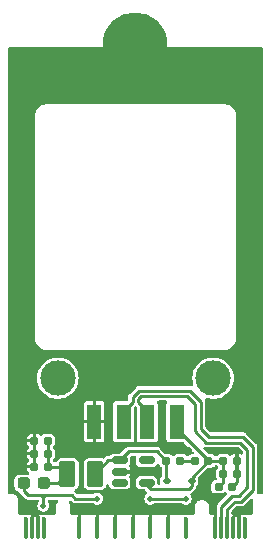
<source format=gbr>
%TF.GenerationSoftware,KiCad,Pcbnew,7.0.0-da2b9df05c~171~ubuntu20.04.1*%
%TF.CreationDate,2023-03-04T21:27:30-05:00*%
%TF.ProjectId,USB 2242,4c6f6769-7465-4636-9820-556e69667969,B*%
%TF.SameCoordinates,Original*%
%TF.FileFunction,Copper,L1,Top*%
%TF.FilePolarity,Positive*%
%FSLAX46Y46*%
G04 Gerber Fmt 4.6, Leading zero omitted, Abs format (unit mm)*
G04 Created by KiCad (PCBNEW 7.0.0-da2b9df05c~171~ubuntu20.04.1) date 2023-03-04 21:27:30*
%MOMM*%
%LPD*%
G01*
G04 APERTURE LIST*
G04 Aperture macros list*
%AMRoundRect*
0 Rectangle with rounded corners*
0 $1 Rounding radius*
0 $2 $3 $4 $5 $6 $7 $8 $9 X,Y pos of 4 corners*
0 Add a 4 corners polygon primitive as box body*
4,1,4,$2,$3,$4,$5,$6,$7,$8,$9,$2,$3,0*
0 Add four circle primitives for the rounded corners*
1,1,$1+$1,$2,$3*
1,1,$1+$1,$4,$5*
1,1,$1+$1,$6,$7*
1,1,$1+$1,$8,$9*
0 Add four rect primitives between the rounded corners*
20,1,$1+$1,$2,$3,$4,$5,0*
20,1,$1+$1,$4,$5,$6,$7,0*
20,1,$1+$1,$6,$7,$8,$9,0*
20,1,$1+$1,$8,$9,$2,$3,0*%
%AMFreePoly0*
4,1,15,-0.175000,0.812500,-0.168339,0.845985,-0.149372,0.874372,-0.120985,0.893339,-0.087500,0.900000,0.087500,0.900000,0.120985,0.893339,0.149372,0.874372,0.168339,0.845985,0.175000,0.812500,0.175000,-0.760000,0.035000,-0.900000,-0.035000,-0.900000,-0.175000,-0.760000,-0.175000,0.812500,-0.175000,0.812500,$1*%
G04 Aperture macros list end*
%TA.AperFunction,SMDPad,CuDef*%
%ADD10RoundRect,0.150000X-0.512500X-0.150000X0.512500X-0.150000X0.512500X0.150000X-0.512500X0.150000X0*%
%TD*%
%TA.AperFunction,SMDPad,CuDef*%
%ADD11RoundRect,0.155000X-0.212500X-0.155000X0.212500X-0.155000X0.212500X0.155000X-0.212500X0.155000X0*%
%TD*%
%TA.AperFunction,SMDPad,CuDef*%
%ADD12R,1.250000X3.000000*%
%TD*%
%TA.AperFunction,ComponentPad*%
%ADD13C,3.000000*%
%TD*%
%TA.AperFunction,SMDPad,CuDef*%
%ADD14RoundRect,0.237500X-0.287500X-0.237500X0.287500X-0.237500X0.287500X0.237500X-0.287500X0.237500X0*%
%TD*%
%TA.AperFunction,SMDPad,CuDef*%
%ADD15RoundRect,0.155000X0.212500X0.155000X-0.212500X0.155000X-0.212500X-0.155000X0.212500X-0.155000X0*%
%TD*%
%TA.AperFunction,SMDPad,CuDef*%
%ADD16RoundRect,0.250001X-0.462499X-0.849999X0.462499X-0.849999X0.462499X0.849999X-0.462499X0.849999X0*%
%TD*%
%TA.AperFunction,SMDPad,CuDef*%
%ADD17FreePoly0,0.000000*%
%TD*%
%TA.AperFunction,ComponentPad*%
%ADD18C,5.500000*%
%TD*%
%TA.AperFunction,SMDPad,CuDef*%
%ADD19RoundRect,0.112500X0.187500X0.112500X-0.187500X0.112500X-0.187500X-0.112500X0.187500X-0.112500X0*%
%TD*%
%TA.AperFunction,SMDPad,CuDef*%
%ADD20RoundRect,0.160000X-0.197500X-0.160000X0.197500X-0.160000X0.197500X0.160000X-0.197500X0.160000X0*%
%TD*%
%TA.AperFunction,ViaPad*%
%ADD21C,0.800000*%
%TD*%
%TA.AperFunction,ViaPad*%
%ADD22C,0.500000*%
%TD*%
%TA.AperFunction,Conductor*%
%ADD23C,0.250000*%
%TD*%
G04 APERTURE END LIST*
D10*
%TO.P,U1,1,SW*%
%TO.N,/BOOST IN*%
X9662500Y6850000D03*
%TO.P,U1,2,GND*%
%TO.N,GND*%
X9662500Y5900000D03*
%TO.P,U1,3,NC*%
%TO.N,unconnected-(U1-NC-Pad3)*%
X9662500Y4950000D03*
%TO.P,U1,4,VOUT*%
%TO.N,+5V*%
X11937500Y4950000D03*
%TO.P,U1,5,NC*%
%TO.N,unconnected-(U1-NC-Pad5)*%
X11937500Y6850000D03*
%TD*%
D11*
%TO.P,C2,1*%
%TO.N,/SNUBBER RC*%
X16032500Y6800000D03*
%TO.P,C2,2*%
%TO.N,+5V*%
X17167500Y6800000D03*
%TD*%
D12*
%TO.P,USB1,1,Pin_1*%
%TO.N,+5V*%
X14499999Y10119999D03*
%TO.P,USB1,2,Pin_2*%
%TO.N,/USBD-*%
X11999999Y10119999D03*
%TO.P,USB1,3,Pin_3*%
%TO.N,/USBD+*%
X9999999Y10119999D03*
%TO.P,USB1,4,Pin_4*%
%TO.N,GND*%
X7499999Y10119999D03*
D13*
%TO.P,USB1,5*%
%TO.N,N/C*%
X17570000Y13800000D03*
X4430000Y13800000D03*
%TD*%
D14*
%TO.P,F1,1*%
%TO.N,+3V3*%
X1525000Y4900000D03*
%TO.P,F1,2*%
%TO.N,/3V3 PROT*%
X3275000Y4900000D03*
%TD*%
D15*
%TO.P,C3.3,1*%
%TO.N,/3V3 PROT*%
X3567500Y8500000D03*
%TO.P,C3.3,2*%
%TO.N,GND*%
X2432500Y8500000D03*
%TD*%
D16*
%TO.P,L1,1,1*%
%TO.N,/3V3 PROT*%
X5237500Y5700000D03*
%TO.P,L1,2,2*%
%TO.N,/BOOST IN*%
X7562500Y5700000D03*
%TD*%
D11*
%TO.P,C1.2,1*%
%TO.N,+5V*%
X18432500Y5700000D03*
%TO.P,C1.2,2*%
%TO.N,GND*%
X19567500Y5700000D03*
%TD*%
%TO.P,C1.1,1*%
%TO.N,+5V*%
X18032500Y4600000D03*
%TO.P,C1.1,2*%
%TO.N,GND*%
X19167500Y4600000D03*
%TD*%
D17*
%TO.P,J1,1,CONFIG_3*%
%TO.N,unconnected-(J1-CONFIG_3-Pad1)*%
X20249999Y1099999D03*
D18*
%TO.P,J1,3,GND*%
%TO.N,GND*%
X11000000Y42000000D03*
D17*
X19749999Y1099999D03*
%TO.P,J1,5,GND*%
X19249999Y1099999D03*
%TO.P,J1,7,USB_D+*%
%TO.N,/USBD+*%
X18749999Y1099999D03*
%TO.P,J1,9,USB_D-*%
%TO.N,/USBD-*%
X18249999Y1099999D03*
%TO.P,J1,11,GND*%
%TO.N,GND*%
X17749999Y1099999D03*
%TO.P,J1,21,CONFIG_0*%
%TO.N,unconnected-(J1-CONFIG_0-Pad21)*%
X15249999Y1099999D03*
%TO.P,J1,27,GND*%
%TO.N,GND*%
X13749999Y1099999D03*
%TO.P,J1,33,GND*%
X12249999Y1099999D03*
%TO.P,J1,39,GND*%
X10749999Y1099999D03*
%TO.P,J1,45,GND*%
X9249999Y1099999D03*
%TO.P,J1,51,GND*%
X7749999Y1099999D03*
%TO.P,J1,57,GND*%
X6249999Y1099999D03*
%TO.P,J1,69,CONFIG_1*%
%TO.N,unconnected-(J1-CONFIG_1-Pad69)*%
X3249999Y1099999D03*
%TO.P,J1,71,GND*%
%TO.N,GND*%
X2749999Y1099999D03*
%TO.P,J1,73,GND*%
X2249999Y1099999D03*
%TO.P,J1,75,CONFIG_2*%
%TO.N,unconnected-(J1-CONFIG_2-Pad75)*%
X1749999Y1099999D03*
%TD*%
D15*
%TO.P,C3.1,1*%
%TO.N,/3V3 PROT*%
X3567500Y6300000D03*
%TO.P,C3.1,2*%
%TO.N,GND*%
X2432500Y6300000D03*
%TD*%
%TO.P,C3.2,1*%
%TO.N,/3V3 PROT*%
X3567500Y7400000D03*
%TO.P,C3.2,2*%
%TO.N,GND*%
X2432500Y7400000D03*
%TD*%
D19*
%TO.P,D1,1,K*%
%TO.N,+5V*%
X15750000Y5100000D03*
%TO.P,D1,2,A*%
%TO.N,/BOOST IN*%
X13650000Y5100000D03*
%TD*%
D20*
%TO.P,R1,1*%
%TO.N,/BOOST IN*%
X13602500Y6800000D03*
%TO.P,R1,2*%
%TO.N,/SNUBBER RC*%
X14797500Y6800000D03*
%TD*%
D11*
%TO.P,C1.3,1*%
%TO.N,+5V*%
X18432500Y6800000D03*
%TO.P,C1.3,2*%
%TO.N,GND*%
X19567500Y6800000D03*
%TD*%
D21*
%TO.N,+5V*%
X14500000Y10120000D03*
D22*
%TO.N,GND*%
X20400000Y2900000D03*
X19500000Y7700000D03*
X3200000Y9700000D03*
X15500000Y7700000D03*
X1200000Y9700000D03*
X13750000Y2500000D03*
X19700000Y9700000D03*
X12250000Y2500000D03*
X20700000Y9700000D03*
X1200000Y8700000D03*
X1200000Y6700000D03*
X21200000Y8700000D03*
X1700000Y3000000D03*
X10900000Y5900000D03*
X1200000Y7700000D03*
X9250000Y2500000D03*
X2200000Y9700000D03*
X17600000Y2500000D03*
X18700000Y9700000D03*
X7750000Y2500000D03*
X17500000Y7700000D03*
X17500000Y5700000D03*
X6250000Y2500000D03*
X10750000Y2500000D03*
X14500000Y7700000D03*
X18500000Y7700000D03*
%TO.N,+3V3*%
X12250000Y3600000D03*
X7750000Y3600000D03*
X15250000Y3600000D03*
X3200000Y3000000D03*
D21*
%TO.N,/USBD+*%
X10000000Y10120000D03*
%TO.N,/USBD-*%
X12000000Y10120000D03*
%TO.N,/3V3 PROT*%
X5237500Y5700000D03*
%TD*%
D23*
%TO.N,+5V*%
X12300000Y4400000D02*
X11937500Y4762500D01*
X15750000Y5382500D02*
X17167500Y6800000D01*
X15750000Y5100000D02*
X15750000Y5382500D01*
X15750000Y4650000D02*
X15500000Y4400000D01*
X17167500Y6845673D02*
X14500000Y9513173D01*
X18432500Y6800000D02*
X17167500Y6800000D01*
X18432500Y6800000D02*
X18432500Y5700000D01*
X18432500Y5000000D02*
X18032500Y4600000D01*
X15500000Y4400000D02*
X12300000Y4400000D01*
X15750000Y5100000D02*
X15750000Y4650000D01*
X18432500Y5700000D02*
X18432500Y5000000D01*
X17167500Y6800000D02*
X17167500Y6845673D01*
X14500000Y9513173D02*
X14500000Y10120000D01*
X11937500Y4762500D02*
X11937500Y4950000D01*
%TO.N,GND*%
X2432500Y9467500D02*
X2200000Y9700000D01*
X1700000Y2800000D02*
X1700000Y3000000D01*
X19300000Y2200000D02*
X19250000Y2150000D01*
X19750000Y1100000D02*
X19750000Y2150000D01*
X19567500Y6800000D02*
X19567500Y7632500D01*
X17750000Y2350000D02*
X17600000Y2500000D01*
X19700000Y2200000D02*
X19300000Y2200000D01*
X19567500Y5700000D02*
X19567500Y5000000D01*
X19750000Y2150000D02*
X19700000Y2200000D01*
X10750000Y2500000D02*
X10750000Y1100000D01*
X9662500Y5900000D02*
X10900000Y5900000D01*
X2300000Y2200000D02*
X2250000Y2150000D01*
X13750000Y2500000D02*
X13750000Y1100000D01*
X19567500Y6800000D02*
X19567500Y5700000D01*
X19700000Y2200000D02*
X20400000Y2900000D01*
X2300000Y2200000D02*
X1700000Y2800000D01*
X19567500Y7632500D02*
X19500000Y7700000D01*
X2250000Y2150000D02*
X2250000Y1100000D01*
X9250000Y2500000D02*
X9250000Y1100000D01*
X2432500Y8500000D02*
X2432500Y7400000D01*
X17750000Y1100000D02*
X17750000Y2350000D01*
X6250000Y1100000D02*
X6250000Y2500000D01*
X2432500Y8500000D02*
X2432500Y9467500D01*
X19250000Y2150000D02*
X19250000Y1100000D01*
X2750000Y1100000D02*
X2750000Y2150000D01*
X2432500Y7400000D02*
X2432500Y6300000D01*
X2750000Y2150000D02*
X2700000Y2200000D01*
X7750000Y2500000D02*
X7750000Y1100000D01*
X2700000Y2200000D02*
X2300000Y2200000D01*
X12250000Y2500000D02*
X12250000Y1100000D01*
X19567500Y5000000D02*
X19167500Y4600000D01*
%TO.N,/SNUBBER RC*%
X14797500Y6800000D02*
X16032500Y6800000D01*
%TO.N,+3V3*%
X3400000Y3900000D02*
X3000000Y3900000D01*
X12250000Y3600000D02*
X15250000Y3600000D01*
X1900000Y3900000D02*
X1525000Y4275000D01*
X3200000Y3700000D02*
X3400000Y3900000D01*
X5600000Y3900000D02*
X3400000Y3900000D01*
X7750000Y3600000D02*
X5900000Y3600000D01*
X3000000Y3900000D02*
X1900000Y3900000D01*
X1525000Y4275000D02*
X1525000Y4900000D01*
X3200000Y3000000D02*
X3200000Y3700000D01*
X5900000Y3600000D02*
X5600000Y3900000D01*
X3200000Y3700000D02*
X3000000Y3900000D01*
%TO.N,/BOOST IN*%
X13602500Y6800000D02*
X13602500Y5147500D01*
X13602500Y5147500D02*
X13650000Y5100000D01*
X7562500Y5700000D02*
X8712500Y6850000D01*
X12802500Y7600000D02*
X13602500Y6800000D01*
X10412500Y7600000D02*
X12802500Y7600000D01*
X8712500Y6850000D02*
X9662500Y6850000D01*
X9662500Y6850000D02*
X10412500Y7600000D01*
%TO.N,/USBD+*%
X20950000Y7962515D02*
X20950000Y4369792D01*
X18750000Y2696446D02*
X18750000Y1100000D01*
X16550000Y9503554D02*
X17203554Y8850000D01*
X10000000Y10995000D02*
X10750000Y11745000D01*
X16550000Y11822554D02*
X16550000Y9503554D01*
X17203554Y8850000D02*
X20062515Y8850000D01*
X19930208Y3350000D02*
X19403554Y3350000D01*
X9900000Y10995000D02*
X9900000Y10120000D01*
X20950000Y4369792D02*
X19930208Y3350000D01*
X15622554Y12750000D02*
X16550000Y11822554D01*
X10000000Y10120000D02*
X10000000Y10995000D01*
X19403554Y3350000D02*
X18750000Y2696446D01*
X10750000Y11745000D02*
X10750000Y12201703D01*
X11298297Y12750000D02*
X15622554Y12750000D01*
X20062515Y8850000D02*
X20950000Y7962515D01*
X10750000Y12201703D02*
X11298297Y12750000D01*
%TO.N,/USBD-*%
X16050000Y11615446D02*
X16050000Y9296446D01*
X16996446Y8350000D02*
X19855407Y8350000D01*
X16050000Y9296446D02*
X16996446Y8350000D01*
X15365446Y12300000D02*
X16050000Y11615446D01*
X15365446Y12300000D02*
X11484693Y12300000D01*
X19723100Y3850000D02*
X19196446Y3850000D01*
X12000000Y10120000D02*
X12000000Y10995000D01*
X20450000Y7755407D02*
X20450000Y4576900D01*
X11484693Y12300000D02*
X11250000Y12065307D01*
X11250000Y11745000D02*
X11250000Y12065307D01*
X19855407Y8350000D02*
X20450000Y7755407D01*
X11900000Y10120000D02*
X11900000Y10995000D01*
X19196446Y3850000D02*
X18250000Y2903554D01*
X12000000Y10995000D02*
X11250000Y11745000D01*
X20450000Y4576900D02*
X19723100Y3850000D01*
X18250000Y2903554D02*
X18250000Y1100000D01*
%TO.N,/3V3 PROT*%
X3567500Y7400000D02*
X3567500Y8500000D01*
X3275000Y4900000D02*
X4437500Y4900000D01*
X3567500Y6300000D02*
X3567500Y7400000D01*
X3567500Y6300000D02*
X4637500Y6300000D01*
X4437500Y4900000D02*
X5237500Y5700000D01*
X4637500Y6300000D02*
X5237500Y5700000D01*
%TD*%
%TA.AperFunction,Conductor*%
%TO.N,GND*%
G36*
X20873385Y3614212D02*
G01*
X20910985Y3570189D01*
X20924500Y3513894D01*
X20924500Y2374000D01*
X20907887Y2312000D01*
X20862500Y2266613D01*
X20800500Y2250000D01*
X19249500Y2250000D01*
X19187500Y2266613D01*
X19142113Y2312000D01*
X19125500Y2374000D01*
X19125500Y2489547D01*
X19134939Y2537000D01*
X19161819Y2577228D01*
X19522773Y2938181D01*
X19563001Y2965061D01*
X19610454Y2974500D01*
X19878403Y2974500D01*
X19903852Y2971860D01*
X19904417Y2971742D01*
X19904418Y2971742D01*
X19914476Y2969633D01*
X19945884Y2973549D01*
X19951095Y2973872D01*
X19951079Y2974076D01*
X19956194Y2974500D01*
X19961322Y2974500D01*
X19981844Y2977926D01*
X19986874Y2978658D01*
X20038834Y2985134D01*
X20045978Y2988627D01*
X20053818Y2989935D01*
X20099855Y3014850D01*
X20104372Y3017175D01*
X20151419Y3040174D01*
X20157042Y3045798D01*
X20164034Y3049581D01*
X20199525Y3088137D01*
X20203002Y3091759D01*
X20712819Y3601576D01*
X20762182Y3631825D01*
X20819898Y3636367D01*
X20873385Y3614212D01*
G37*
%TD.AperFunction*%
%TA.AperFunction,Conductor*%
G36*
X21738000Y41783387D02*
G01*
X21783387Y41738000D01*
X21800000Y41676000D01*
X21800000Y4124500D01*
X21783387Y4062500D01*
X21738000Y4017113D01*
X21676000Y4000500D01*
X21389188Y4000500D01*
X21327936Y4016684D01*
X21282673Y4061013D01*
X21265215Y4121914D01*
X21279798Y4182166D01*
X21284809Y4188603D01*
X21287390Y4196124D01*
X21292010Y4202593D01*
X21306955Y4252797D01*
X21308479Y4257554D01*
X21325500Y4307132D01*
X21325500Y4315086D01*
X21327768Y4322704D01*
X21325606Y4374985D01*
X21325500Y4380108D01*
X21325500Y7910712D01*
X21328139Y7936158D01*
X21328141Y7936172D01*
X21330367Y7946784D01*
X21326451Y7978191D01*
X21326128Y7983402D01*
X21325924Y7983385D01*
X21325500Y7988500D01*
X21325500Y7993629D01*
X21322069Y8014186D01*
X21321342Y8019175D01*
X21314865Y8071141D01*
X21311373Y8078283D01*
X21310065Y8086125D01*
X21285156Y8132152D01*
X21282814Y8136704D01*
X21264339Y8174495D01*
X21259826Y8183727D01*
X21254201Y8189352D01*
X21250419Y8196341D01*
X21211905Y8231796D01*
X21208231Y8235322D01*
X20364665Y9078888D01*
X20348537Y9098749D01*
X20348221Y9099232D01*
X20348218Y9099235D01*
X20342599Y9107836D01*
X20317624Y9127275D01*
X20313705Y9130736D01*
X20313573Y9130579D01*
X20309658Y9133895D01*
X20306033Y9137520D01*
X20289106Y9149605D01*
X20284996Y9152670D01*
X20251812Y9178498D01*
X20243704Y9184809D01*
X20236183Y9187391D01*
X20229714Y9192010D01*
X20219868Y9194942D01*
X20219865Y9194943D01*
X20179558Y9206944D01*
X20174682Y9208506D01*
X20134896Y9222164D01*
X20134889Y9222166D01*
X20125175Y9225500D01*
X20117221Y9225500D01*
X20109603Y9227768D01*
X20099338Y9227344D01*
X20099335Y9227344D01*
X20057322Y9225606D01*
X20052199Y9225500D01*
X17410453Y9225500D01*
X17363000Y9234939D01*
X17322772Y9261819D01*
X16961819Y9622773D01*
X16934939Y9663001D01*
X16925500Y9710454D01*
X16925500Y11770750D01*
X16928139Y11796196D01*
X16928141Y11796210D01*
X16930367Y11806822D01*
X16926451Y11838231D01*
X16926128Y11843441D01*
X16925924Y11843424D01*
X16925500Y11848536D01*
X16925500Y11853668D01*
X16922074Y11874192D01*
X16921341Y11879228D01*
X16920358Y11887113D01*
X16914866Y11931180D01*
X16911373Y11938325D01*
X16910065Y11946164D01*
X16905173Y11955203D01*
X16901837Y11964923D01*
X16903877Y11965624D01*
X16893143Y12006050D01*
X16905471Y12062863D01*
X16942337Y12107813D01*
X16995639Y12131021D01*
X17053659Y12127386D01*
X17179385Y12088604D01*
X17438818Y12049500D01*
X17696547Y12049500D01*
X17701182Y12049500D01*
X17960615Y12088604D01*
X18211323Y12165937D01*
X18447704Y12279772D01*
X18664479Y12427567D01*
X18856805Y12606019D01*
X19020386Y12811143D01*
X19151568Y13038357D01*
X19247420Y13282584D01*
X19305802Y13538370D01*
X19325408Y13800000D01*
X19305802Y14061630D01*
X19247420Y14317416D01*
X19151568Y14561643D01*
X19020386Y14788857D01*
X18856805Y14993981D01*
X18664479Y15172433D01*
X18447704Y15320228D01*
X18443518Y15322244D01*
X18215502Y15432051D01*
X18215496Y15432054D01*
X18211323Y15434063D01*
X18206901Y15435427D01*
X18206891Y15435431D01*
X17965048Y15510029D01*
X17965043Y15510031D01*
X17960615Y15511396D01*
X17956035Y15512087D01*
X17956028Y15512088D01*
X17705765Y15549810D01*
X17705754Y15549811D01*
X17701182Y15550500D01*
X17438818Y15550500D01*
X17434246Y15549811D01*
X17434234Y15549810D01*
X17183971Y15512088D01*
X17183961Y15512086D01*
X17179385Y15511396D01*
X17174959Y15510032D01*
X17174951Y15510029D01*
X16933108Y15435431D01*
X16933093Y15435426D01*
X16928677Y15434063D01*
X16924508Y15432056D01*
X16924497Y15432051D01*
X16696481Y15322244D01*
X16696474Y15322241D01*
X16692296Y15320228D01*
X16688463Y15317615D01*
X16688460Y15317613D01*
X16479349Y15175043D01*
X16475521Y15172433D01*
X16472129Y15169287D01*
X16472123Y15169281D01*
X16286596Y14997137D01*
X16283195Y14993981D01*
X16280306Y14990359D01*
X16280302Y14990354D01*
X16122506Y14792484D01*
X16119614Y14788857D01*
X16117295Y14784841D01*
X16117294Y14784839D01*
X15990753Y14565665D01*
X15990747Y14565654D01*
X15988432Y14561643D01*
X15986739Y14557330D01*
X15986734Y14557319D01*
X15894276Y14321739D01*
X15894273Y14321732D01*
X15892580Y14317416D01*
X15891548Y14312898D01*
X15891547Y14312892D01*
X15835229Y14066150D01*
X15835227Y14066142D01*
X15834198Y14061630D01*
X15814592Y13800000D01*
X15834198Y13538370D01*
X15892580Y13282584D01*
X15894276Y13278263D01*
X15897976Y13268835D01*
X15904441Y13200778D01*
X15873856Y13139638D01*
X15815518Y13103999D01*
X15747158Y13104692D01*
X15739592Y13106945D01*
X15734721Y13108506D01*
X15694935Y13122164D01*
X15694928Y13122166D01*
X15685214Y13125500D01*
X15677260Y13125500D01*
X15669642Y13127768D01*
X15659377Y13127344D01*
X15659374Y13127344D01*
X15617361Y13125606D01*
X15612238Y13125500D01*
X11350102Y13125500D01*
X11324653Y13128140D01*
X11324087Y13128259D01*
X11324080Y13128260D01*
X11314029Y13130367D01*
X11303838Y13129097D01*
X11303834Y13129097D01*
X11282621Y13126452D01*
X11277406Y13126129D01*
X11277423Y13125924D01*
X11272304Y13125500D01*
X11267183Y13125500D01*
X11262135Y13124658D01*
X11262125Y13124657D01*
X11246691Y13122082D01*
X11241631Y13121345D01*
X11199868Y13116139D01*
X11199857Y13116136D01*
X11189671Y13114866D01*
X11182526Y13111374D01*
X11174687Y13110065D01*
X11165658Y13105180D01*
X11165655Y13105178D01*
X11128666Y13085162D01*
X11124118Y13082821D01*
X11086314Y13064338D01*
X11086312Y13064337D01*
X11077086Y13059826D01*
X11071462Y13054203D01*
X11064471Y13050419D01*
X11057518Y13042868D01*
X11057516Y13042865D01*
X11029015Y13011906D01*
X11025469Y13008211D01*
X10521107Y12503850D01*
X10501258Y12487730D01*
X10492164Y12481787D01*
X10485858Y12473686D01*
X10485852Y12473680D01*
X10472720Y12456808D01*
X10469273Y12452881D01*
X10469418Y12452758D01*
X10466105Y12448848D01*
X10462480Y12445221D01*
X10459505Y12441055D01*
X10459498Y12441046D01*
X10450401Y12428304D01*
X10447342Y12424202D01*
X10421500Y12391000D01*
X10421496Y12390993D01*
X10415191Y12382892D01*
X10412609Y12375372D01*
X10407990Y12368902D01*
X10405060Y12359062D01*
X10405058Y12359057D01*
X10393056Y12318746D01*
X10391495Y12313874D01*
X10377836Y12274084D01*
X10377835Y12274079D01*
X10374500Y12264363D01*
X10374500Y12256409D01*
X10372232Y12248791D01*
X10372656Y12238528D01*
X10372656Y12238524D01*
X10374394Y12196510D01*
X10374500Y12191387D01*
X10374500Y11994500D01*
X10357887Y11932500D01*
X10312500Y11887113D01*
X10250500Y11870500D01*
X9350326Y11870500D01*
X9344351Y11869312D01*
X9344346Y11869311D01*
X9289240Y11858350D01*
X9289235Y11858349D01*
X9277260Y11855966D01*
X9267105Y11849181D01*
X9267103Y11849180D01*
X9204551Y11807385D01*
X9204548Y11807383D01*
X9194399Y11800601D01*
X9187617Y11790452D01*
X9187615Y11790449D01*
X9145820Y11727897D01*
X9145819Y11727895D01*
X9139034Y11717740D01*
X9136651Y11705765D01*
X9136650Y11705760D01*
X9125689Y11650654D01*
X9125688Y11650649D01*
X9124500Y11644674D01*
X9124500Y8595326D01*
X9125688Y8589351D01*
X9125689Y8589347D01*
X9136650Y8534241D01*
X9136651Y8534238D01*
X9139034Y8522260D01*
X9194399Y8439399D01*
X9277260Y8384034D01*
X9350326Y8369500D01*
X10643579Y8369500D01*
X10649674Y8369500D01*
X10722740Y8384034D01*
X10805601Y8439399D01*
X10860966Y8522260D01*
X10875500Y8595326D01*
X10875500Y11288101D01*
X10884915Y11335496D01*
X10911731Y11375694D01*
X10911892Y11375857D01*
X10912232Y11376196D01*
X10967827Y11408354D01*
X11032054Y11408386D01*
X11087681Y11376282D01*
X11088181Y11375782D01*
X11115061Y11335554D01*
X11124500Y11288101D01*
X11124500Y8595326D01*
X11125688Y8589351D01*
X11125689Y8589347D01*
X11136650Y8534241D01*
X11136651Y8534238D01*
X11139034Y8522260D01*
X11194399Y8439399D01*
X11277260Y8384034D01*
X11350326Y8369500D01*
X12643579Y8369500D01*
X12649674Y8369500D01*
X12722740Y8384034D01*
X12805601Y8439399D01*
X12860966Y8522260D01*
X12875500Y8595326D01*
X12875500Y11644674D01*
X12860966Y11717740D01*
X12854178Y11727899D01*
X12854177Y11727902D01*
X12851698Y11731613D01*
X12830951Y11794419D01*
X12845445Y11858955D01*
X12891054Y11906859D01*
X12954802Y11924500D01*
X13545198Y11924500D01*
X13608946Y11906859D01*
X13654555Y11858955D01*
X13669049Y11794419D01*
X13648302Y11731613D01*
X13645822Y11727902D01*
X13645818Y11727895D01*
X13639034Y11717740D01*
X13636651Y11705765D01*
X13636650Y11705760D01*
X13625689Y11650654D01*
X13625688Y11650649D01*
X13624500Y11644674D01*
X13624500Y8595326D01*
X13625688Y8589351D01*
X13625689Y8589347D01*
X13636650Y8534241D01*
X13636651Y8534238D01*
X13639034Y8522260D01*
X13694399Y8439399D01*
X13777260Y8384034D01*
X13850326Y8369500D01*
X15061274Y8369500D01*
X15108727Y8360061D01*
X15148955Y8333181D01*
X15909955Y7572181D01*
X15940205Y7522818D01*
X15944747Y7465102D01*
X15922592Y7411615D01*
X15878569Y7374015D01*
X15822274Y7360500D01*
X15788084Y7360500D01*
X15783270Y7359738D01*
X15783263Y7359737D01*
X15702773Y7346989D01*
X15702766Y7346988D01*
X15693132Y7345461D01*
X15684436Y7341031D01*
X15684435Y7341030D01*
X15587377Y7291577D01*
X15587373Y7291575D01*
X15578682Y7287146D01*
X15571783Y7280248D01*
X15571780Y7280245D01*
X15503355Y7211819D01*
X15463127Y7184939D01*
X15415674Y7175500D01*
X15411397Y7175500D01*
X15363944Y7184939D01*
X15323716Y7211819D01*
X15246195Y7289340D01*
X15239294Y7296241D01*
X15123433Y7355275D01*
X15113796Y7356802D01*
X15113791Y7356803D01*
X15032127Y7369737D01*
X15032121Y7369738D01*
X15027307Y7370500D01*
X15022428Y7370500D01*
X14572563Y7370500D01*
X14572550Y7370500D01*
X14567694Y7370499D01*
X14562890Y7369739D01*
X14562887Y7369738D01*
X14481202Y7356802D01*
X14481195Y7356800D01*
X14471567Y7355275D01*
X14462877Y7350848D01*
X14462873Y7350846D01*
X14364401Y7300672D01*
X14364397Y7300670D01*
X14355706Y7296241D01*
X14348807Y7289343D01*
X14348804Y7289340D01*
X14287681Y7228216D01*
X14232094Y7196122D01*
X14167906Y7196122D01*
X14112319Y7228216D01*
X14051195Y7289340D01*
X14044294Y7296241D01*
X13928433Y7355275D01*
X13918796Y7356802D01*
X13918791Y7356803D01*
X13837127Y7369737D01*
X13837121Y7369738D01*
X13832307Y7370500D01*
X13827429Y7370500D01*
X13614399Y7370500D01*
X13566946Y7379939D01*
X13526718Y7406819D01*
X13104650Y7828888D01*
X13088522Y7848749D01*
X13088206Y7849232D01*
X13088203Y7849235D01*
X13082584Y7857836D01*
X13057609Y7877275D01*
X13053690Y7880736D01*
X13053558Y7880579D01*
X13049643Y7883895D01*
X13046018Y7887520D01*
X13029091Y7899605D01*
X13024981Y7902670D01*
X12991797Y7928498D01*
X12983689Y7934809D01*
X12976168Y7937391D01*
X12969699Y7942010D01*
X12959853Y7944942D01*
X12959850Y7944943D01*
X12919543Y7956944D01*
X12914667Y7958506D01*
X12874881Y7972164D01*
X12874874Y7972166D01*
X12865160Y7975500D01*
X12857206Y7975500D01*
X12849588Y7977768D01*
X12839323Y7977344D01*
X12839320Y7977344D01*
X12797307Y7975606D01*
X12792184Y7975500D01*
X10464305Y7975500D01*
X10438856Y7978140D01*
X10438290Y7978259D01*
X10438283Y7978260D01*
X10428232Y7980367D01*
X10418041Y7979097D01*
X10418037Y7979097D01*
X10396824Y7976452D01*
X10391609Y7976129D01*
X10391626Y7975924D01*
X10386507Y7975500D01*
X10381386Y7975500D01*
X10376338Y7974658D01*
X10376328Y7974657D01*
X10360894Y7972082D01*
X10355834Y7971345D01*
X10314071Y7966139D01*
X10314060Y7966136D01*
X10303874Y7964866D01*
X10296729Y7961374D01*
X10288890Y7960065D01*
X10279861Y7955180D01*
X10279858Y7955178D01*
X10242869Y7935162D01*
X10238321Y7932821D01*
X10200517Y7914338D01*
X10200515Y7914337D01*
X10191289Y7909826D01*
X10185665Y7904203D01*
X10178674Y7900419D01*
X10171721Y7892868D01*
X10171719Y7892865D01*
X10143218Y7861906D01*
X10139672Y7858211D01*
X9718279Y7436819D01*
X9678051Y7409939D01*
X9630598Y7400500D01*
X9123352Y7400500D01*
X9123339Y7400500D01*
X9118482Y7400499D01*
X9113680Y7399739D01*
X9113673Y7399738D01*
X9034331Y7387172D01*
X9034330Y7387172D01*
X9024696Y7385646D01*
X9016010Y7381221D01*
X9016003Y7381218D01*
X8920353Y7332481D01*
X8920349Y7332479D01*
X8911658Y7328050D01*
X8904758Y7321151D01*
X8904759Y7321151D01*
X8846563Y7262955D01*
X8794265Y7231792D01*
X8748638Y7229904D01*
X8748553Y7227834D01*
X8738285Y7228259D01*
X8728232Y7230367D01*
X8718041Y7229097D01*
X8718037Y7229097D01*
X8696824Y7226452D01*
X8691604Y7226129D01*
X8691621Y7225923D01*
X8686510Y7225500D01*
X8681386Y7225500D01*
X8676340Y7224659D01*
X8676325Y7224657D01*
X8660882Y7222080D01*
X8655820Y7221343D01*
X8614068Y7216138D01*
X8614060Y7216136D01*
X8603875Y7214866D01*
X8596730Y7211374D01*
X8588890Y7210065D01*
X8579863Y7205181D01*
X8579863Y7205180D01*
X8542867Y7185159D01*
X8538313Y7182815D01*
X8500509Y7164334D01*
X8500506Y7164333D01*
X8491289Y7159826D01*
X8485665Y7154203D01*
X8478674Y7150419D01*
X8471721Y7142868D01*
X8471719Y7142865D01*
X8443218Y7111906D01*
X8439672Y7108211D01*
X8365870Y7034409D01*
X8304547Y7000924D01*
X8234856Y7005908D01*
X8139751Y7041380D01*
X8139749Y7041381D01*
X8132482Y7044091D01*
X8124769Y7044921D01*
X8124766Y7044921D01*
X8076179Y7050145D01*
X8076168Y7050146D01*
X8072872Y7050500D01*
X7052128Y7050500D01*
X7048832Y7050146D01*
X7048820Y7050145D01*
X7000233Y7044921D01*
X7000228Y7044921D01*
X6992518Y7044091D01*
X6985251Y7041381D01*
X6985248Y7041380D01*
X6865981Y6996896D01*
X6865979Y6996896D01*
X6857670Y6993796D01*
X6850572Y6988484D01*
X6850569Y6988481D01*
X6749550Y6912859D01*
X6749546Y6912856D01*
X6742454Y6907546D01*
X6737144Y6900454D01*
X6737141Y6900450D01*
X6661519Y6799431D01*
X6661516Y6799428D01*
X6656204Y6792330D01*
X6653104Y6784021D01*
X6653104Y6784019D01*
X6608620Y6664752D01*
X6608619Y6664749D01*
X6605909Y6657482D01*
X6605079Y6649772D01*
X6605079Y6649767D01*
X6599855Y6601180D01*
X6599854Y6601168D01*
X6599500Y6597872D01*
X6599500Y4802128D01*
X6599854Y4798832D01*
X6599855Y4798821D01*
X6605079Y4750234D01*
X6605909Y4742518D01*
X6656204Y4607670D01*
X6661518Y4600571D01*
X6661519Y4600570D01*
X6725530Y4515061D01*
X6742454Y4492454D01*
X6857670Y4406204D01*
X6992518Y4355909D01*
X7052128Y4349500D01*
X8069550Y4349500D01*
X8072872Y4349500D01*
X8132482Y4355909D01*
X8267330Y4406204D01*
X8382546Y4492454D01*
X8468796Y4607670D01*
X8518850Y4741875D01*
X8556264Y4794309D01*
X8614935Y4820901D01*
X8679029Y4814472D01*
X8731250Y4776758D01*
X8757506Y4717936D01*
X8764354Y4674696D01*
X8768780Y4666009D01*
X8768782Y4666004D01*
X8813814Y4577626D01*
X8821950Y4561658D01*
X8911658Y4471950D01*
X9024696Y4414354D01*
X9118481Y4399500D01*
X10206518Y4399501D01*
X10300304Y4414354D01*
X10413342Y4471950D01*
X10503050Y4561658D01*
X10560646Y4674696D01*
X10575500Y4768481D01*
X10575499Y5131518D01*
X10560646Y5225304D01*
X10549617Y5246949D01*
X10507482Y5329644D01*
X10507480Y5329647D01*
X10503050Y5338342D01*
X10496144Y5345248D01*
X10490845Y5352541D01*
X10469871Y5399648D01*
X10469871Y5451213D01*
X10490845Y5498319D01*
X10507073Y5520654D01*
X10555733Y5616156D01*
X10561692Y5634495D01*
X10574236Y5713697D01*
X10575000Y5723399D01*
X10575000Y5758674D01*
X10571549Y5771550D01*
X10558674Y5775000D01*
X9661500Y5775000D01*
X9599500Y5791613D01*
X9554113Y5837000D01*
X9537500Y5899000D01*
X9537500Y5901000D01*
X9554113Y5963000D01*
X9599500Y6008387D01*
X9661500Y6025000D01*
X10558673Y6025000D01*
X10571548Y6028451D01*
X10574999Y6041326D01*
X10574999Y6076609D01*
X10574237Y6086289D01*
X10561690Y6165513D01*
X10555736Y6183841D01*
X10507071Y6279350D01*
X10490844Y6301684D01*
X10469871Y6348790D01*
X10469871Y6400355D01*
X10490846Y6447461D01*
X10496142Y6454751D01*
X10503050Y6461658D01*
X10560646Y6574696D01*
X10575500Y6668481D01*
X10575499Y7031518D01*
X10567646Y7081105D01*
X10570776Y7134160D01*
X10595830Y7181032D01*
X10638207Y7213110D01*
X10690120Y7224500D01*
X10909880Y7224500D01*
X10961794Y7213110D01*
X11004170Y7181032D01*
X11029224Y7134159D01*
X11032353Y7081103D01*
X11025263Y7036342D01*
X11025262Y7036331D01*
X11024500Y7031519D01*
X11024500Y7026642D01*
X11024500Y7026641D01*
X11024500Y6673353D01*
X11024500Y6673341D01*
X11024501Y6668482D01*
X11025261Y6663680D01*
X11025262Y6663674D01*
X11026243Y6657482D01*
X11039354Y6574696D01*
X11043780Y6566009D01*
X11043782Y6566004D01*
X11071520Y6511567D01*
X11096950Y6461658D01*
X11186658Y6371950D01*
X11299696Y6314354D01*
X11393481Y6299500D01*
X12481518Y6299501D01*
X12575304Y6314354D01*
X12688342Y6371950D01*
X12778050Y6461658D01*
X12796117Y6497119D01*
X12841811Y6546550D01*
X12906601Y6564823D01*
X12971391Y6546551D01*
X13017087Y6497118D01*
X13052074Y6428451D01*
X13068759Y6395706D01*
X13160706Y6303759D01*
X13169401Y6299329D01*
X13175885Y6294618D01*
X13213485Y6250595D01*
X13227000Y6194300D01*
X13227000Y5541721D01*
X13217561Y5494268D01*
X13190681Y5454040D01*
X13170254Y5433614D01*
X13170251Y5433611D01*
X13162988Y5426347D01*
X13158476Y5417119D01*
X13158474Y5417115D01*
X13114008Y5326159D01*
X13114006Y5326155D01*
X13109780Y5317509D01*
X13108392Y5307986D01*
X13108392Y5307984D01*
X13100147Y5251388D01*
X13099500Y5246949D01*
X13099500Y5242464D01*
X13099500Y5242463D01*
X13099500Y4957541D01*
X13099500Y4957528D01*
X13099501Y4953052D01*
X13100145Y4948625D01*
X13100147Y4948610D01*
X13104698Y4917374D01*
X13101019Y4864730D01*
X13075781Y4818384D01*
X13033557Y4786729D01*
X12981993Y4775500D01*
X12974500Y4775500D01*
X12912500Y4792113D01*
X12867113Y4837500D01*
X12850500Y4899499D01*
X12850499Y5126648D01*
X12850499Y5131518D01*
X12835646Y5225304D01*
X12824617Y5246949D01*
X12793518Y5307984D01*
X12778050Y5338342D01*
X12688342Y5428050D01*
X12575304Y5485646D01*
X12565667Y5487173D01*
X12565662Y5487174D01*
X12486339Y5499737D01*
X12486333Y5499738D01*
X12481519Y5500500D01*
X12476640Y5500500D01*
X11398352Y5500500D01*
X11398339Y5500500D01*
X11393482Y5500499D01*
X11388680Y5499739D01*
X11388673Y5499738D01*
X11309331Y5487172D01*
X11309330Y5487172D01*
X11299696Y5485646D01*
X11291010Y5481221D01*
X11291003Y5481218D01*
X11195353Y5432481D01*
X11195349Y5432479D01*
X11186658Y5428050D01*
X11179759Y5421152D01*
X11179756Y5421149D01*
X11103851Y5345244D01*
X11103848Y5345241D01*
X11096950Y5338342D01*
X11092521Y5329651D01*
X11092519Y5329647D01*
X11050382Y5246948D01*
X11039354Y5225304D01*
X11037827Y5215670D01*
X11037826Y5215663D01*
X11025263Y5136340D01*
X11025262Y5136333D01*
X11024500Y5131519D01*
X11024500Y5126642D01*
X11024500Y5126641D01*
X11024500Y4773353D01*
X11024500Y4773341D01*
X11024501Y4768482D01*
X11025261Y4763680D01*
X11025262Y4763674D01*
X11027391Y4750234D01*
X11039354Y4674696D01*
X11043780Y4666009D01*
X11043782Y4666004D01*
X11088814Y4577626D01*
X11096950Y4561658D01*
X11186658Y4471950D01*
X11299696Y4414354D01*
X11393481Y4399500D01*
X11718100Y4399501D01*
X11765553Y4390062D01*
X11805781Y4363182D01*
X11973184Y4195779D01*
X12002440Y4149351D01*
X12008793Y4094844D01*
X11990999Y4042932D01*
X11952544Y4003783D01*
X11926328Y3986935D01*
X11926326Y3986934D01*
X11918872Y3982143D01*
X11913070Y3975449D01*
X11913065Y3975443D01*
X11830431Y3880077D01*
X11830428Y3880073D01*
X11824623Y3873373D01*
X11820941Y3865311D01*
X11820938Y3865306D01*
X11768520Y3750527D01*
X11764835Y3742457D01*
X11763573Y3733684D01*
X11763572Y3733678D01*
X11750415Y3642164D01*
X11744353Y3600000D01*
X11745615Y3591223D01*
X11763572Y3466323D01*
X11763573Y3466319D01*
X11764835Y3457543D01*
X11768519Y3449475D01*
X11768520Y3449474D01*
X11820408Y3335855D01*
X11824623Y3326627D01*
X11830430Y3319925D01*
X11830431Y3319924D01*
X11913065Y3224558D01*
X11913067Y3224556D01*
X11918872Y3217857D01*
X12039947Y3140047D01*
X12178039Y3099500D01*
X12313090Y3099500D01*
X12321961Y3099500D01*
X12460053Y3140047D01*
X12560835Y3204816D01*
X12627875Y3224500D01*
X14872125Y3224500D01*
X14939164Y3204816D01*
X15039947Y3140047D01*
X15178039Y3099500D01*
X15313090Y3099500D01*
X15321961Y3099500D01*
X15460053Y3140047D01*
X15581128Y3217857D01*
X15675377Y3326627D01*
X15735165Y3457543D01*
X15755647Y3600000D01*
X15735165Y3742457D01*
X15675377Y3873373D01*
X15662605Y3888113D01*
X15636374Y3937861D01*
X15634817Y3994080D01*
X15658254Y4045204D01*
X15701860Y4080714D01*
X15721211Y4090174D01*
X15726834Y4095798D01*
X15733826Y4099581D01*
X15769317Y4138137D01*
X15772794Y4141759D01*
X15978889Y4347854D01*
X15998747Y4363979D01*
X16007836Y4369916D01*
X16027279Y4394898D01*
X16030742Y4398791D01*
X16030571Y4398936D01*
X16033883Y4402847D01*
X16037519Y4406482D01*
X16049614Y4423424D01*
X16052621Y4427458D01*
X16084809Y4468811D01*
X16087390Y4476332D01*
X16092010Y4482801D01*
X16106959Y4533017D01*
X16108481Y4537768D01*
X16125500Y4587340D01*
X16125500Y4595293D01*
X16127768Y4602911D01*
X16127343Y4613179D01*
X16128614Y4623372D01*
X16130169Y4623179D01*
X16135950Y4657822D01*
X16163782Y4700424D01*
X16237012Y4773653D01*
X16290220Y4882491D01*
X16300500Y4953051D01*
X16300499Y5246948D01*
X16290220Y5317509D01*
X16293124Y5317933D01*
X16291705Y5367992D01*
X16324382Y5425847D01*
X17101717Y6203181D01*
X17141946Y6230061D01*
X17189399Y6239500D01*
X17407038Y6239500D01*
X17411916Y6239500D01*
X17506868Y6254539D01*
X17621318Y6312854D01*
X17696645Y6388182D01*
X17736873Y6415061D01*
X17784326Y6424500D01*
X17815674Y6424500D01*
X17863127Y6415061D01*
X17903355Y6388181D01*
X17953855Y6337681D01*
X17985949Y6282094D01*
X17985949Y6217906D01*
X17953855Y6162319D01*
X17894755Y6103220D01*
X17894752Y6103217D01*
X17887854Y6096318D01*
X17883425Y6087627D01*
X17883423Y6087623D01*
X17848016Y6018132D01*
X17829539Y5981868D01*
X17828012Y5972234D01*
X17828011Y5972227D01*
X17815263Y5891737D01*
X17815262Y5891730D01*
X17814500Y5886916D01*
X17814500Y5513084D01*
X17815262Y5508270D01*
X17815263Y5508264D01*
X17828011Y5427774D01*
X17828012Y5427769D01*
X17829539Y5418132D01*
X17833970Y5409435D01*
X17833971Y5409433D01*
X17870427Y5337883D01*
X17883942Y5281589D01*
X17870427Y5225295D01*
X17832828Y5181271D01*
X17779341Y5159116D01*
X17702773Y5146989D01*
X17702766Y5146988D01*
X17693132Y5145461D01*
X17684436Y5141031D01*
X17684435Y5141030D01*
X17587377Y5091577D01*
X17587373Y5091575D01*
X17578682Y5087146D01*
X17571783Y5080248D01*
X17571780Y5080245D01*
X17494755Y5003220D01*
X17494752Y5003217D01*
X17487854Y4996318D01*
X17483425Y4987627D01*
X17483423Y4987623D01*
X17447631Y4917376D01*
X17429539Y4881868D01*
X17428012Y4872234D01*
X17428011Y4872227D01*
X17415263Y4791737D01*
X17415262Y4791730D01*
X17414500Y4786916D01*
X17414500Y4413084D01*
X17415262Y4408270D01*
X17415263Y4408264D01*
X17428011Y4327774D01*
X17428012Y4327769D01*
X17429539Y4318132D01*
X17433970Y4309436D01*
X17483388Y4212446D01*
X17487854Y4203682D01*
X17578682Y4112854D01*
X17693132Y4054539D01*
X17788084Y4039500D01*
X18272038Y4039500D01*
X18276916Y4039500D01*
X18371868Y4054539D01*
X18486318Y4112854D01*
X18512672Y4139209D01*
X18568260Y4171303D01*
X18632448Y4171303D01*
X18688035Y4139209D01*
X18707079Y4120165D01*
X18721965Y4109349D01*
X18757268Y4069620D01*
X18772695Y4018760D01*
X18765412Y3966114D01*
X18736758Y3921352D01*
X18021107Y3205701D01*
X18001258Y3189581D01*
X17992164Y3183638D01*
X17985858Y3175537D01*
X17985852Y3175531D01*
X17972720Y3158659D01*
X17969273Y3154732D01*
X17969418Y3154609D01*
X17966105Y3150699D01*
X17962480Y3147072D01*
X17959505Y3142906D01*
X17959498Y3142897D01*
X17950401Y3130155D01*
X17947342Y3126053D01*
X17921500Y3092851D01*
X17921496Y3092844D01*
X17915191Y3084743D01*
X17912609Y3077223D01*
X17907990Y3070753D01*
X17905060Y3060913D01*
X17905058Y3060908D01*
X17893056Y3020597D01*
X17891495Y3015725D01*
X17877836Y2975935D01*
X17877835Y2975930D01*
X17874500Y2966214D01*
X17874500Y2958260D01*
X17872232Y2950642D01*
X17872656Y2940379D01*
X17872656Y2940375D01*
X17874394Y2898361D01*
X17874500Y2893238D01*
X17874500Y2374000D01*
X17857887Y2312000D01*
X17812500Y2266613D01*
X17750500Y2250000D01*
X17349500Y2250000D01*
X17287500Y2266613D01*
X17242113Y2312000D01*
X17225500Y2374000D01*
X17225500Y2965414D01*
X17225500Y2972914D01*
X17190601Y3114504D01*
X17180538Y3133678D01*
X17126319Y3236983D01*
X17126317Y3236986D01*
X17122831Y3243628D01*
X17026130Y3352782D01*
X16906116Y3435621D01*
X16899101Y3438282D01*
X16899098Y3438283D01*
X16776780Y3484672D01*
X16776774Y3484674D01*
X16769764Y3487332D01*
X16762319Y3488237D01*
X16762315Y3488237D01*
X16632445Y3504006D01*
X16625000Y3504910D01*
X16617555Y3504006D01*
X16487684Y3488237D01*
X16487679Y3488236D01*
X16480236Y3487332D01*
X16473227Y3484675D01*
X16473219Y3484672D01*
X16350901Y3438283D01*
X16350895Y3438281D01*
X16343884Y3435621D01*
X16337710Y3431361D01*
X16337707Y3431358D01*
X16237252Y3362019D01*
X16223870Y3352782D01*
X16218903Y3347177D01*
X16218899Y3347172D01*
X16132144Y3249245D01*
X16132139Y3249239D01*
X16127169Y3243628D01*
X16123685Y3236992D01*
X16123680Y3236983D01*
X16062884Y3121146D01*
X16062881Y3121140D01*
X16059399Y3114504D01*
X16057605Y3107229D01*
X16057604Y3107224D01*
X16026294Y2980196D01*
X16026293Y2980190D01*
X16024500Y2972914D01*
X16024500Y2965414D01*
X16024500Y2374000D01*
X16007887Y2312000D01*
X15962500Y2266613D01*
X15900500Y2250000D01*
X5599500Y2250000D01*
X5537500Y2266613D01*
X5492113Y2312000D01*
X5475500Y2374000D01*
X5475500Y2965414D01*
X5475500Y2972914D01*
X5440601Y3114504D01*
X5430538Y3133678D01*
X5376319Y3236983D01*
X5376317Y3236986D01*
X5372831Y3243628D01*
X5356530Y3262028D01*
X5328109Y3318229D01*
X5330962Y3381145D01*
X5364354Y3434544D01*
X5419672Y3464651D01*
X5482645Y3463700D01*
X5537028Y3431935D01*
X5597850Y3371113D01*
X5613974Y3351259D01*
X5619916Y3342164D01*
X5628018Y3335858D01*
X5628021Y3335855D01*
X5644894Y3322723D01*
X5648808Y3319266D01*
X5648942Y3319423D01*
X5652848Y3316115D01*
X5656482Y3312481D01*
X5672202Y3301258D01*
X5673389Y3300410D01*
X5677500Y3297345D01*
X5718811Y3265191D01*
X5726331Y3262610D01*
X5732801Y3257990D01*
X5782999Y3243046D01*
X5787791Y3241510D01*
X5837340Y3224500D01*
X5845294Y3224500D01*
X5852912Y3222232D01*
X5905192Y3224394D01*
X5910316Y3224500D01*
X7372125Y3224500D01*
X7439164Y3204816D01*
X7539947Y3140047D01*
X7678039Y3099500D01*
X7813090Y3099500D01*
X7821961Y3099500D01*
X7960053Y3140047D01*
X8081128Y3217857D01*
X8175377Y3326627D01*
X8235165Y3457543D01*
X8255647Y3600000D01*
X8235165Y3742457D01*
X8175377Y3873373D01*
X8133803Y3921352D01*
X8086934Y3975443D01*
X8086932Y3975445D01*
X8081128Y3982143D01*
X7960053Y4059953D01*
X7897902Y4078202D01*
X7830473Y4098001D01*
X7830470Y4098002D01*
X7821961Y4100500D01*
X7678039Y4100500D01*
X7669530Y4098002D01*
X7669526Y4098001D01*
X7548621Y4062500D01*
X7539947Y4059953D01*
X7532484Y4055158D01*
X7532484Y4055157D01*
X7439164Y3995184D01*
X7372125Y3975500D01*
X6106900Y3975500D01*
X6059447Y3984939D01*
X6019218Y4011819D01*
X5973886Y4057151D01*
X5902147Y4128891D01*
X5886019Y4148752D01*
X5885703Y4149236D01*
X5885701Y4149238D01*
X5880084Y4157836D01*
X5859792Y4173630D01*
X5820736Y4225650D01*
X5813389Y4290284D01*
X5839771Y4349743D01*
X5892620Y4387664D01*
X5942330Y4406204D01*
X6057546Y4492454D01*
X6143796Y4607670D01*
X6194091Y4742518D01*
X6200500Y4802128D01*
X6200500Y6597872D01*
X6194091Y6657482D01*
X6143796Y6792330D01*
X6057546Y6907546D01*
X5942330Y6993796D01*
X5841192Y7031518D01*
X5814751Y7041380D01*
X5814749Y7041381D01*
X5807482Y7044091D01*
X5799769Y7044921D01*
X5799766Y7044921D01*
X5751179Y7050145D01*
X5751168Y7050146D01*
X5747872Y7050500D01*
X4727128Y7050500D01*
X4723832Y7050146D01*
X4723820Y7050145D01*
X4675233Y7044921D01*
X4675228Y7044921D01*
X4667518Y7044091D01*
X4660251Y7041381D01*
X4660248Y7041380D01*
X4540981Y6996896D01*
X4540979Y6996896D01*
X4532670Y6993796D01*
X4525572Y6988484D01*
X4525569Y6988481D01*
X4424550Y6912859D01*
X4424546Y6912856D01*
X4417454Y6907546D01*
X4412144Y6900454D01*
X4412141Y6900450D01*
X4336519Y6799431D01*
X4336516Y6799428D01*
X4331204Y6792330D01*
X4328104Y6784021D01*
X4328104Y6784019D01*
X4317716Y6756167D01*
X4291277Y6713930D01*
X4250347Y6685512D01*
X4201534Y6675500D01*
X4184326Y6675500D01*
X4136873Y6684939D01*
X4096645Y6711819D01*
X4046145Y6762319D01*
X4014051Y6817906D01*
X4014051Y6882094D01*
X4046145Y6937681D01*
X4046145Y6937682D01*
X4112146Y7003682D01*
X4170461Y7118132D01*
X4185500Y7213084D01*
X4185500Y7586916D01*
X4170461Y7681868D01*
X4112146Y7796318D01*
X4046145Y7862319D01*
X4014051Y7917906D01*
X4014051Y7982094D01*
X4046145Y8037681D01*
X4070944Y8062480D01*
X4112146Y8103682D01*
X4170461Y8218132D01*
X4185500Y8313084D01*
X4185500Y8601472D01*
X6625000Y8601472D01*
X6626189Y8589396D01*
X6637122Y8534434D01*
X6646289Y8512301D01*
X6687975Y8449914D01*
X6704913Y8432976D01*
X6767300Y8391290D01*
X6789433Y8382123D01*
X6844395Y8371190D01*
X6856472Y8370000D01*
X7358674Y8370000D01*
X7371549Y8373451D01*
X7375000Y8386326D01*
X7625000Y8386326D01*
X7628450Y8373451D01*
X7641326Y8370000D01*
X8143528Y8370000D01*
X8155604Y8371190D01*
X8210566Y8382123D01*
X8232699Y8391290D01*
X8295086Y8432976D01*
X8312024Y8449914D01*
X8353710Y8512301D01*
X8362877Y8534434D01*
X8373810Y8589396D01*
X8375000Y8601472D01*
X8375000Y9978674D01*
X8371549Y9991550D01*
X8358674Y9995000D01*
X7641326Y9995000D01*
X7628450Y9991550D01*
X7625000Y9978674D01*
X7625000Y8386326D01*
X7375000Y8386326D01*
X7375000Y9978674D01*
X7371549Y9991550D01*
X7358674Y9995000D01*
X6641326Y9995000D01*
X6628450Y9991550D01*
X6625000Y9978674D01*
X6625000Y8601472D01*
X4185500Y8601472D01*
X4185500Y8686916D01*
X4170461Y8781868D01*
X4112146Y8896318D01*
X4021318Y8987146D01*
X3906868Y9045461D01*
X3897231Y9046988D01*
X3897226Y9046989D01*
X3816736Y9059737D01*
X3816730Y9059738D01*
X3811916Y9060500D01*
X3323084Y9060500D01*
X3318270Y9059738D01*
X3318263Y9059737D01*
X3237773Y9046989D01*
X3237766Y9046988D01*
X3228132Y9045461D01*
X3219436Y9041031D01*
X3219435Y9041030D01*
X3122377Y8991577D01*
X3122373Y8991575D01*
X3113682Y8987146D01*
X3106783Y8980248D01*
X3106780Y8980245D01*
X3087327Y8960791D01*
X3031740Y8928697D01*
X2967552Y8928697D01*
X2911965Y8960791D01*
X2892921Y8979835D01*
X2877324Y8991167D01*
X2780408Y9040548D01*
X2762070Y9046507D01*
X2681692Y9059237D01*
X2671994Y9060000D01*
X2573826Y9060000D01*
X2560950Y9056550D01*
X2557500Y9043674D01*
X2557500Y6299000D01*
X2540887Y6237000D01*
X2495500Y6191613D01*
X2433500Y6175000D01*
X1831326Y6175000D01*
X1818450Y6171550D01*
X1815000Y6158674D01*
X1815000Y6118006D01*
X1815763Y6108308D01*
X1828493Y6027930D01*
X1834452Y6009592D01*
X1883833Y5912676D01*
X1895165Y5897079D01*
X1955527Y5836717D01*
X1986180Y5786091D01*
X1989877Y5727024D01*
X1965775Y5672971D01*
X1919366Y5636246D01*
X1861446Y5625256D01*
X1859174Y5625500D01*
X1190826Y5625500D01*
X1187546Y5625148D01*
X1187539Y5625147D01*
X1140409Y5620080D01*
X1140406Y5620080D01*
X1132701Y5619251D01*
X1125442Y5616544D01*
X1125435Y5616542D01*
X1014059Y5575000D01*
X1001222Y5570212D01*
X994124Y5564900D01*
X994121Y5564897D01*
X895980Y5491429D01*
X895976Y5491426D01*
X888884Y5486116D01*
X883574Y5479024D01*
X883571Y5479020D01*
X810103Y5380879D01*
X810100Y5380876D01*
X804788Y5373778D01*
X801689Y5365469D01*
X801688Y5365467D01*
X758458Y5249565D01*
X758456Y5249558D01*
X755749Y5242299D01*
X749500Y5184174D01*
X749500Y4615826D01*
X749852Y4612546D01*
X749853Y4612540D01*
X754920Y4565410D01*
X755749Y4557701D01*
X758456Y4550442D01*
X758458Y4550436D01*
X787732Y4471950D01*
X804788Y4426222D01*
X810102Y4419123D01*
X810103Y4419122D01*
X883176Y4321508D01*
X888884Y4313884D01*
X1001222Y4229788D01*
X1109600Y4189366D01*
X1147643Y4166745D01*
X1175318Y4132204D01*
X1188186Y4108424D01*
X1189827Y4105393D01*
X1192171Y4100839D01*
X1210660Y4063021D01*
X1210661Y4063019D01*
X1215174Y4053789D01*
X1220797Y4048166D01*
X1224581Y4041174D01*
X1232138Y4034218D01*
X1232139Y4034216D01*
X1263082Y4005731D01*
X1266780Y4002183D01*
X1597850Y3671113D01*
X1613974Y3651259D01*
X1619916Y3642164D01*
X1628018Y3635858D01*
X1628021Y3635855D01*
X1644894Y3622723D01*
X1648808Y3619266D01*
X1648942Y3619423D01*
X1652848Y3616115D01*
X1656482Y3612481D01*
X1661670Y3608777D01*
X1673389Y3600410D01*
X1677500Y3597345D01*
X1718811Y3565191D01*
X1726331Y3562610D01*
X1732801Y3557990D01*
X1782999Y3543046D01*
X1787791Y3541510D01*
X1837340Y3524500D01*
X1845294Y3524500D01*
X1852912Y3522232D01*
X1905192Y3524394D01*
X1910316Y3524500D01*
X2700500Y3524500D01*
X2762500Y3507887D01*
X2807887Y3462500D01*
X2824500Y3400500D01*
X2824500Y3377185D01*
X2816682Y3333852D01*
X2794214Y3295984D01*
X2780430Y3280077D01*
X2780424Y3280069D01*
X2774623Y3273373D01*
X2770943Y3265316D01*
X2770939Y3265309D01*
X2718520Y3150527D01*
X2714835Y3142457D01*
X2713573Y3133684D01*
X2713572Y3133678D01*
X2700603Y3043470D01*
X2694353Y3000000D01*
X2695615Y2991223D01*
X2713572Y2866323D01*
X2713573Y2866319D01*
X2714835Y2857543D01*
X2774623Y2726627D01*
X2780430Y2719925D01*
X2780431Y2719924D01*
X2863065Y2624558D01*
X2863067Y2624556D01*
X2868872Y2617857D01*
X2989947Y2540047D01*
X3128039Y2499500D01*
X3263090Y2499500D01*
X3271961Y2499500D01*
X3410053Y2540047D01*
X3531128Y2617857D01*
X3625377Y2726627D01*
X3685165Y2857543D01*
X3705647Y3000000D01*
X3685165Y3142457D01*
X3638961Y3243628D01*
X3629060Y3265309D01*
X3629059Y3265311D01*
X3625377Y3273373D01*
X3619571Y3280073D01*
X3619569Y3280077D01*
X3605786Y3295984D01*
X3583318Y3333852D01*
X3575500Y3377185D01*
X3575500Y3400500D01*
X3592113Y3462500D01*
X3637500Y3507887D01*
X3699500Y3524500D01*
X4350482Y3524500D01*
X4405438Y3511657D01*
X4449009Y3475788D01*
X4472172Y3424324D01*
X4470127Y3367925D01*
X4443298Y3318273D01*
X4382144Y3249245D01*
X4382139Y3249239D01*
X4377169Y3243628D01*
X4373685Y3236992D01*
X4373680Y3236983D01*
X4312884Y3121146D01*
X4312881Y3121140D01*
X4309399Y3114504D01*
X4307605Y3107229D01*
X4307604Y3107224D01*
X4276294Y2980196D01*
X4276293Y2980190D01*
X4274500Y2972914D01*
X4274500Y2965414D01*
X4274500Y2374000D01*
X4257887Y2312000D01*
X4212500Y2266613D01*
X4150500Y2250000D01*
X1199500Y2250000D01*
X1137500Y2266613D01*
X1092113Y2312000D01*
X1075500Y2374000D01*
X1075500Y3549431D01*
X1075500Y3556393D01*
X1050403Y3666351D01*
X1001467Y3767967D01*
X931146Y3856146D01*
X891061Y3888113D01*
X848412Y3922125D01*
X848410Y3922127D01*
X842967Y3926467D01*
X836692Y3929489D01*
X747627Y3972381D01*
X747624Y3972383D01*
X741351Y3975403D01*
X734562Y3976953D01*
X734558Y3976954D01*
X638180Y3998951D01*
X638179Y3998952D01*
X631393Y4000500D01*
X624431Y4000500D01*
X324000Y4000500D01*
X262000Y4017113D01*
X216613Y4062500D01*
X200000Y4124500D01*
X200000Y6441326D01*
X1815000Y6441326D01*
X1818450Y6428451D01*
X1831326Y6425000D01*
X2291174Y6425000D01*
X2304049Y6428451D01*
X2307500Y6441326D01*
X2307500Y7258674D01*
X2304049Y7271550D01*
X2291174Y7275000D01*
X1831326Y7275000D01*
X1818450Y7271550D01*
X1815000Y7258674D01*
X1815000Y7218006D01*
X1815763Y7208308D01*
X1828493Y7127930D01*
X1834452Y7109592D01*
X1883833Y7012676D01*
X1895165Y6997079D01*
X1954563Y6937681D01*
X1986657Y6882094D01*
X1986657Y6817906D01*
X1954563Y6762319D01*
X1895165Y6702922D01*
X1883833Y6687325D01*
X1834452Y6590409D01*
X1828493Y6572071D01*
X1815763Y6491693D01*
X1815000Y6481994D01*
X1815000Y6441326D01*
X200000Y6441326D01*
X200000Y7541326D01*
X1815000Y7541326D01*
X1818450Y7528451D01*
X1831326Y7525000D01*
X2291174Y7525000D01*
X2304049Y7528451D01*
X2307500Y7541326D01*
X2307500Y8358674D01*
X2304049Y8371550D01*
X2291174Y8375000D01*
X1831326Y8375000D01*
X1818450Y8371550D01*
X1815000Y8358674D01*
X1815000Y8318006D01*
X1815763Y8308308D01*
X1828493Y8227930D01*
X1834452Y8209592D01*
X1883833Y8112676D01*
X1895165Y8097079D01*
X1954563Y8037681D01*
X1986657Y7982094D01*
X1986657Y7917906D01*
X1954563Y7862319D01*
X1895165Y7802922D01*
X1883833Y7787325D01*
X1834452Y7690409D01*
X1828493Y7672071D01*
X1815763Y7591693D01*
X1815000Y7581994D01*
X1815000Y7541326D01*
X200000Y7541326D01*
X200000Y8641326D01*
X1815000Y8641326D01*
X1818450Y8628451D01*
X1831326Y8625000D01*
X2291174Y8625000D01*
X2304049Y8628451D01*
X2307500Y8641326D01*
X2307500Y9043674D01*
X2304049Y9056550D01*
X2291174Y9060000D01*
X2193006Y9060000D01*
X2183307Y9059237D01*
X2102929Y9046507D01*
X2084591Y9040548D01*
X1987675Y8991167D01*
X1972078Y8979835D01*
X1895165Y8902922D01*
X1883833Y8887325D01*
X1834452Y8790409D01*
X1828493Y8772071D01*
X1815763Y8691693D01*
X1815000Y8681994D01*
X1815000Y8641326D01*
X200000Y8641326D01*
X200000Y10261326D01*
X6625000Y10261326D01*
X6628450Y10248451D01*
X6641326Y10245000D01*
X7358674Y10245000D01*
X7371549Y10248451D01*
X7375000Y10261326D01*
X7625000Y10261326D01*
X7628450Y10248451D01*
X7641326Y10245000D01*
X8358674Y10245000D01*
X8371549Y10248451D01*
X8375000Y10261326D01*
X8375000Y11638528D01*
X8373810Y11650605D01*
X8362877Y11705567D01*
X8353710Y11727700D01*
X8312024Y11790087D01*
X8295086Y11807025D01*
X8232699Y11848711D01*
X8210566Y11857878D01*
X8155604Y11868811D01*
X8143528Y11870000D01*
X7641326Y11870000D01*
X7628450Y11866550D01*
X7625000Y11853674D01*
X7625000Y10261326D01*
X7375000Y10261326D01*
X7375000Y11853674D01*
X7371549Y11866550D01*
X7358674Y11870000D01*
X6856472Y11870000D01*
X6844395Y11868811D01*
X6789433Y11857878D01*
X6767300Y11848711D01*
X6704913Y11807025D01*
X6687975Y11790087D01*
X6646289Y11727700D01*
X6637122Y11705567D01*
X6626189Y11650605D01*
X6625000Y11638528D01*
X6625000Y10261326D01*
X200000Y10261326D01*
X200000Y13800000D01*
X2674592Y13800000D01*
X2694198Y13538370D01*
X2752580Y13282584D01*
X2754275Y13278266D01*
X2754276Y13278262D01*
X2846734Y13042682D01*
X2846737Y13042676D01*
X2848432Y13038357D01*
X2850750Y13034342D01*
X2850753Y13034336D01*
X2866053Y13007836D01*
X2979614Y12811143D01*
X3143195Y12606019D01*
X3335521Y12427567D01*
X3552296Y12279772D01*
X3788677Y12165937D01*
X3793105Y12164572D01*
X3793108Y12164570D01*
X3896537Y12132667D01*
X4039385Y12088604D01*
X4298818Y12049500D01*
X4556547Y12049500D01*
X4561182Y12049500D01*
X4820615Y12088604D01*
X5071323Y12165937D01*
X5307704Y12279772D01*
X5524479Y12427567D01*
X5716805Y12606019D01*
X5880386Y12811143D01*
X6011568Y13038357D01*
X6107420Y13282584D01*
X6165802Y13538370D01*
X6185408Y13800000D01*
X6165802Y14061630D01*
X6107420Y14317416D01*
X6011568Y14561643D01*
X5880386Y14788857D01*
X5716805Y14993981D01*
X5524479Y15172433D01*
X5307704Y15320228D01*
X5303518Y15322244D01*
X5075502Y15432051D01*
X5075496Y15432054D01*
X5071323Y15434063D01*
X5066901Y15435427D01*
X5066891Y15435431D01*
X4825048Y15510029D01*
X4825043Y15510031D01*
X4820615Y15511396D01*
X4816035Y15512087D01*
X4816028Y15512088D01*
X4565765Y15549810D01*
X4565754Y15549811D01*
X4561182Y15550500D01*
X4298818Y15550500D01*
X4294246Y15549811D01*
X4294234Y15549810D01*
X4043971Y15512088D01*
X4043961Y15512086D01*
X4039385Y15511396D01*
X4034959Y15510032D01*
X4034951Y15510029D01*
X3793108Y15435431D01*
X3793093Y15435426D01*
X3788677Y15434063D01*
X3784508Y15432056D01*
X3784497Y15432051D01*
X3556481Y15322244D01*
X3556474Y15322241D01*
X3552296Y15320228D01*
X3548463Y15317615D01*
X3548460Y15317613D01*
X3339349Y15175043D01*
X3335521Y15172433D01*
X3332129Y15169287D01*
X3332123Y15169281D01*
X3146596Y14997137D01*
X3143195Y14993981D01*
X3140306Y14990359D01*
X3140302Y14990354D01*
X2982506Y14792484D01*
X2979614Y14788857D01*
X2977295Y14784841D01*
X2977294Y14784839D01*
X2850753Y14565665D01*
X2850747Y14565654D01*
X2848432Y14561643D01*
X2846739Y14557330D01*
X2846734Y14557319D01*
X2754276Y14321739D01*
X2754273Y14321732D01*
X2752580Y14317416D01*
X2751548Y14312898D01*
X2751547Y14312892D01*
X2695229Y14066150D01*
X2695227Y14066142D01*
X2694198Y14061630D01*
X2674592Y13800000D01*
X200000Y13800000D01*
X200000Y17112468D01*
X2499500Y17112468D01*
X2500439Y17107138D01*
X2500440Y17107136D01*
X2528957Y16945401D01*
X2528958Y16945395D01*
X2529899Y16940062D01*
X2589775Y16775555D01*
X2677308Y16623945D01*
X2789837Y16489837D01*
X2923945Y16377308D01*
X3075555Y16289775D01*
X3240062Y16229899D01*
X3412468Y16199500D01*
X3499901Y16199500D01*
X3500000Y16199500D01*
X3500500Y16199500D01*
X18499500Y16199500D01*
X18500099Y16199500D01*
X18582118Y16199500D01*
X18587532Y16199500D01*
X18759938Y16229899D01*
X18924445Y16289775D01*
X19076055Y16377308D01*
X19210163Y16489837D01*
X19322692Y16623945D01*
X19410225Y16775555D01*
X19470101Y16940062D01*
X19500500Y17112468D01*
X19500500Y17200000D01*
X19500500Y17200500D01*
X19500500Y36000099D01*
X19500500Y36087532D01*
X19470101Y36259938D01*
X19410225Y36424445D01*
X19322692Y36576055D01*
X19210163Y36710163D01*
X19076055Y36822692D01*
X18924445Y36910225D01*
X18919361Y36912076D01*
X18919360Y36912076D01*
X18765029Y36968248D01*
X18759938Y36970101D01*
X18754605Y36971042D01*
X18754599Y36971043D01*
X18592864Y36999560D01*
X18592862Y36999561D01*
X18587532Y37000500D01*
X18500099Y37000500D01*
X3500500Y37000500D01*
X3500000Y37000500D01*
X3412468Y37000500D01*
X3407138Y36999561D01*
X3407135Y36999560D01*
X3245400Y36971043D01*
X3245391Y36971041D01*
X3240062Y36970101D01*
X3234973Y36968249D01*
X3234970Y36968248D01*
X3080639Y36912076D01*
X3080633Y36912074D01*
X3075555Y36910225D01*
X3070872Y36907522D01*
X3070867Y36907519D01*
X2928633Y36825399D01*
X2928630Y36825397D01*
X2923945Y36822692D01*
X2919803Y36819217D01*
X2919798Y36819213D01*
X2793982Y36713642D01*
X2793976Y36713637D01*
X2789837Y36710163D01*
X2786363Y36706024D01*
X2786358Y36706018D01*
X2680787Y36580202D01*
X2680783Y36580197D01*
X2677308Y36576055D01*
X2674603Y36571370D01*
X2674601Y36571367D01*
X2592481Y36429133D01*
X2592478Y36429128D01*
X2589775Y36424445D01*
X2587926Y36419367D01*
X2587924Y36419361D01*
X2559712Y36341849D01*
X2529899Y36259938D01*
X2528959Y36254609D01*
X2528957Y36254600D01*
X2500440Y36092865D01*
X2499500Y36087532D01*
X2499500Y36000099D01*
X2499500Y17200500D01*
X2499500Y17200000D01*
X2499500Y17112468D01*
X200000Y17112468D01*
X200000Y41676000D01*
X216613Y41738000D01*
X262000Y41783387D01*
X324000Y41800000D01*
X21676000Y41800000D01*
X21738000Y41783387D01*
G37*
%TD.AperFunction*%
%TA.AperFunction,Conductor*%
G36*
X16886320Y7990796D02*
G01*
X16933786Y7974500D01*
X16941740Y7974500D01*
X16949358Y7972232D01*
X17001638Y7974394D01*
X17006762Y7974500D01*
X19648508Y7974500D01*
X19695961Y7965061D01*
X19736189Y7938181D01*
X20038181Y7636189D01*
X20065061Y7595961D01*
X20074500Y7548508D01*
X20074500Y7459528D01*
X20060985Y7403234D01*
X20023387Y7359211D01*
X19969901Y7337055D01*
X19912185Y7341596D01*
X19897073Y7346506D01*
X19816692Y7359237D01*
X19806994Y7360000D01*
X19708826Y7360000D01*
X19695950Y7356550D01*
X19692500Y7343674D01*
X19692500Y5699000D01*
X19675887Y5637000D01*
X19630500Y5591613D01*
X19568500Y5575000D01*
X19566500Y5575000D01*
X19504500Y5591613D01*
X19459113Y5637000D01*
X19442500Y5699000D01*
X19442500Y7343674D01*
X19439049Y7356550D01*
X19426174Y7360000D01*
X19328006Y7360000D01*
X19318307Y7359237D01*
X19237929Y7346507D01*
X19219591Y7340548D01*
X19122675Y7291167D01*
X19107078Y7279835D01*
X19088035Y7260791D01*
X19032448Y7228697D01*
X18968260Y7228697D01*
X18912673Y7260791D01*
X18893219Y7280245D01*
X18893218Y7280246D01*
X18886318Y7287146D01*
X18771868Y7345461D01*
X18762231Y7346988D01*
X18762226Y7346989D01*
X18681736Y7359737D01*
X18681730Y7359738D01*
X18676916Y7360500D01*
X18188084Y7360500D01*
X18183270Y7359738D01*
X18183263Y7359737D01*
X18102773Y7346989D01*
X18102766Y7346988D01*
X18093132Y7345461D01*
X18084436Y7341031D01*
X18084435Y7341030D01*
X17987377Y7291577D01*
X17987373Y7291575D01*
X17978682Y7287146D01*
X17971783Y7280248D01*
X17971780Y7280245D01*
X17903355Y7211819D01*
X17863127Y7184939D01*
X17815674Y7175500D01*
X17784326Y7175500D01*
X17736873Y7184939D01*
X17696645Y7211819D01*
X17628219Y7280245D01*
X17628218Y7280246D01*
X17621318Y7287146D01*
X17506868Y7345461D01*
X17497231Y7346988D01*
X17497226Y7346989D01*
X17416736Y7359737D01*
X17416730Y7359738D01*
X17411916Y7360500D01*
X17407038Y7360500D01*
X17235072Y7360500D01*
X17187619Y7369939D01*
X17147391Y7396819D01*
X16758377Y7785833D01*
X16725852Y7843074D01*
X16727213Y7908896D01*
X16762075Y7964744D01*
X16820612Y7994875D01*
X16886320Y7990796D01*
G37*
%TD.AperFunction*%
%TD*%
M02*

</source>
